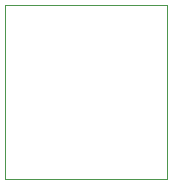
<source format=gbr>
%TF.GenerationSoftware,Altium Limited,Altium Designer,20.1.8 (145)*%
G04 Layer_Color=32896*
%FSLAX45Y45*%
%MOMM*%
%TF.SameCoordinates,B8344769-4606-4218-AAAC-353AEC7BCCEF*%
%TF.FilePolarity,Positive*%
%TF.FileFunction,Other,Top_Courtyard*%
%TF.Part,Single*%
G01*
G75*
%TA.AperFunction,NonConductor*%
%ADD30C,0.10160*%
D30*
X-10459Y62980D02*
X1364541D01*
X-10459D02*
Y1537980D01*
X1364541D01*
Y62980D02*
Y1537980D01*
%TF.MD5,744d7e70c3ba48e2389bec4efa386b16*%
M02*

</source>
